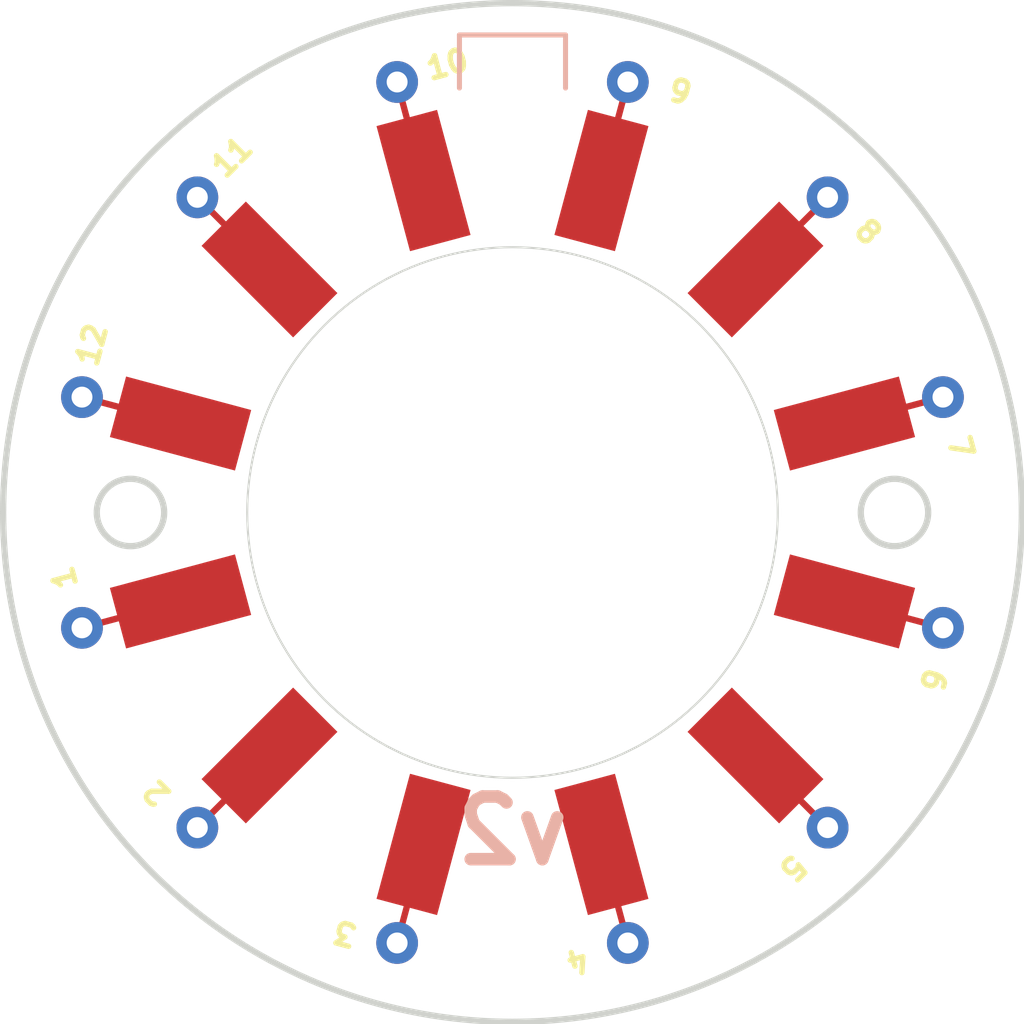
<source format=kicad_pcb>
(kicad_pcb (version 20171130) (host pcbnew 5.1.9)

  (general
    (thickness 1.6)
    (drawings 11)
    (tracks 12)
    (zones 0)
    (modules 24)
    (nets 2)
  )

  (page A4)
  (layers
    (0 F.Cu signal)
    (31 B.Cu signal)
    (32 B.Adhes user)
    (33 F.Adhes user)
    (34 B.Paste user)
    (35 F.Paste user)
    (36 B.SilkS user)
    (37 F.SilkS user)
    (38 B.Mask user)
    (39 F.Mask user)
    (40 Dwgs.User user)
    (41 Cmts.User user)
    (42 Eco1.User user)
    (43 Eco2.User user)
    (44 Edge.Cuts user)
    (45 Margin user)
    (46 B.CrtYd user)
    (47 F.CrtYd user)
    (48 B.Fab user)
    (49 F.Fab user)
  )

  (setup
    (last_trace_width 0.1524)
    (trace_clearance 0.1524)
    (zone_clearance 0.508)
    (zone_45_only no)
    (trace_min 0.1524)
    (via_size 0.508)
    (via_drill 0.254)
    (via_min_size 0.508)
    (via_min_drill 0.254)
    (blind_buried_vias_allowed yes)
    (uvia_size 0.508)
    (uvia_drill 0.254)
    (uvias_allowed yes)
    (uvia_min_size 0.508)
    (uvia_min_drill 0.254)
    (edge_width 0.05)
    (segment_width 0.2)
    (pcb_text_width 0.3)
    (pcb_text_size 1.5 1.5)
    (mod_edge_width 0.12)
    (mod_text_size 1 1)
    (mod_text_width 0.15)
    (pad_size 1.524 1.524)
    (pad_drill 0.762)
    (pad_to_mask_clearance 0.0508)
    (solder_mask_min_width 0.0254)
    (aux_axis_origin 0 0)
    (visible_elements FFFFFF7F)
    (pcbplotparams
      (layerselection 0x010fc_ffffffff)
      (usegerberextensions false)
      (usegerberattributes false)
      (usegerberadvancedattributes false)
      (creategerberjobfile false)
      (excludeedgelayer true)
      (linewidth 0.100000)
      (plotframeref false)
      (viasonmask false)
      (mode 1)
      (useauxorigin false)
      (hpglpennumber 1)
      (hpglpenspeed 20)
      (hpglpendiameter 15.000000)
      (psnegative false)
      (psa4output false)
      (plotreference true)
      (plotvalue true)
      (plotinvisibletext false)
      (padsonsilk false)
      (subtractmaskfromsilk false)
      (outputformat 1)
      (mirror false)
      (drillshape 1)
      (scaleselection 1)
      (outputdirectory ""))
  )

  (net 0 "")
  (net 1 "Net-(H1-Pad1)")

  (net_class Default "This is the default net class."
    (clearance 0.1524)
    (trace_width 0.1524)
    (via_dia 0.508)
    (via_drill 0.254)
    (uvia_dia 0.508)
    (uvia_drill 0.254)
    (add_net "Net-(H1-Pad1)")
  )

  (module ppms-puck-pcb:PPMS_Puck_PTH (layer F.Cu) (tedit 6040193B) (tstamp 60401C1E)
    (at -10.304497 -2.761081 270)
    (path /5CF19D6E)
    (fp_text reference H1 (at 0 1.5 270) (layer F.SilkS) hide
      (effects (font (size 1 1) (thickness 0.15)))
    )
    (fp_text value MountingHole_Pad (at 0 3 270) (layer F.Fab) hide
      (effects (font (size 1 1) (thickness 0.15)))
    )
    (pad 1 thru_hole circle (at 0 0) (size 1 1) (drill 0.5) (layers *.Cu F.Mask)
      (net 1 "Net-(H1-Pad1)"))
  )

  (module ppms-puck-pcb:PPMS_Puck_PTH (layer F.Cu) (tedit 6040193B) (tstamp 60401C16)
    (at -7.543416 -7.543415 240)
    (path /5CF19D6E)
    (fp_text reference H1 (at 0 1.5 240) (layer F.SilkS) hide
      (effects (font (size 1 1) (thickness 0.15)))
    )
    (fp_text value MountingHole_Pad (at 0 3 240) (layer F.Fab) hide
      (effects (font (size 1 1) (thickness 0.15)))
    )
    (pad 1 thru_hole circle (at 0 0 330) (size 1 1) (drill 0.5) (layers *.Cu F.Mask)
      (net 1 "Net-(H1-Pad1)"))
  )

  (module ppms-puck-pcb:PPMS_Puck_PTH (layer F.Cu) (tedit 6040193B) (tstamp 60401C0E)
    (at -2.761082 -10.304497 210)
    (path /5CF19D6E)
    (fp_text reference H1 (at 0 1.5 210) (layer F.SilkS) hide
      (effects (font (size 1 1) (thickness 0.15)))
    )
    (fp_text value MountingHole_Pad (at 0 3 210) (layer F.Fab) hide
      (effects (font (size 1 1) (thickness 0.15)))
    )
    (pad 1 thru_hole circle (at 0 0 300) (size 1 1) (drill 0.5) (layers *.Cu F.Mask)
      (net 1 "Net-(H1-Pad1)"))
  )

  (module ppms-puck-pcb:PPMS_Puck_PTH (layer F.Cu) (tedit 6040193B) (tstamp 60401C06)
    (at 2.761081 -10.304497 180)
    (path /5CF19D6E)
    (fp_text reference H1 (at 0 1.5 180) (layer F.SilkS) hide
      (effects (font (size 1 1) (thickness 0.15)))
    )
    (fp_text value MountingHole_Pad (at 0 3 180) (layer F.Fab) hide
      (effects (font (size 1 1) (thickness 0.15)))
    )
    (pad 1 thru_hole circle (at 0 0 270) (size 1 1) (drill 0.5) (layers *.Cu F.Mask)
      (net 1 "Net-(H1-Pad1)"))
  )

  (module ppms-puck-pcb:PPMS_Puck_PTH (layer F.Cu) (tedit 6040193B) (tstamp 60401BFE)
    (at 7.543415 -7.543416 150)
    (path /5CF19D6E)
    (fp_text reference H1 (at 0 1.5 330) (layer F.SilkS) hide
      (effects (font (size 1 1) (thickness 0.15)))
    )
    (fp_text value MountingHole_Pad (at 0 3 330) (layer F.Fab) hide
      (effects (font (size 1 1) (thickness 0.15)))
    )
    (pad 1 thru_hole circle (at 0 0 240) (size 1 1) (drill 0.5) (layers *.Cu F.Mask)
      (net 1 "Net-(H1-Pad1)"))
  )

  (module ppms-puck-pcb:PPMS_Puck_PTH (layer F.Cu) (tedit 6040193B) (tstamp 60401BF6)
    (at 10.304497 -2.761082 120)
    (path /5CF19D6E)
    (fp_text reference H1 (at 0 1.5 300) (layer F.SilkS) hide
      (effects (font (size 1 1) (thickness 0.15)))
    )
    (fp_text value MountingHole_Pad (at 0 3 300) (layer F.Fab) hide
      (effects (font (size 1 1) (thickness 0.15)))
    )
    (pad 1 thru_hole circle (at 0 0 210) (size 1 1) (drill 0.5) (layers *.Cu F.Mask)
      (net 1 "Net-(H1-Pad1)"))
  )

  (module ppms-puck-pcb:PPMS_Puck_PTH (layer F.Cu) (tedit 6040193B) (tstamp 60401BEE)
    (at 10.304497 2.761081 90)
    (path /5CF19D6E)
    (fp_text reference H1 (at 0 1.5 270) (layer F.SilkS) hide
      (effects (font (size 1 1) (thickness 0.15)))
    )
    (fp_text value MountingHole_Pad (at 0 3 270) (layer F.Fab) hide
      (effects (font (size 1 1) (thickness 0.15)))
    )
    (pad 1 thru_hole circle (at 0 0 180) (size 1 1) (drill 0.5) (layers *.Cu F.Mask)
      (net 1 "Net-(H1-Pad1)"))
  )

  (module ppms-puck-pcb:PPMS_Puck_PTH (layer F.Cu) (tedit 6040193B) (tstamp 60401BE6)
    (at 7.543416 7.543415 60)
    (path /5CF19D6E)
    (fp_text reference H1 (at 0 1.5 240) (layer F.SilkS) hide
      (effects (font (size 1 1) (thickness 0.15)))
    )
    (fp_text value MountingHole_Pad (at 0 3 240) (layer F.Fab) hide
      (effects (font (size 1 1) (thickness 0.15)))
    )
    (pad 1 thru_hole circle (at 0 0 150) (size 1 1) (drill 0.5) (layers *.Cu F.Mask)
      (net 1 "Net-(H1-Pad1)"))
  )

  (module ppms-puck-pcb:PPMS_Puck_PTH (layer F.Cu) (tedit 6040193B) (tstamp 60401BDE)
    (at 2.761082 10.304497 30)
    (path /5CF19D6E)
    (fp_text reference H1 (at 0 1.5 210) (layer F.SilkS) hide
      (effects (font (size 1 1) (thickness 0.15)))
    )
    (fp_text value MountingHole_Pad (at 0 3 210) (layer F.Fab) hide
      (effects (font (size 1 1) (thickness 0.15)))
    )
    (pad 1 thru_hole circle (at 0 0 120) (size 1 1) (drill 0.5) (layers *.Cu F.Mask)
      (net 1 "Net-(H1-Pad1)"))
  )

  (module ppms-puck-pcb:PPMS_Puck_PTH (layer F.Cu) (tedit 6040193B) (tstamp 60401BD6)
    (at -2.761081 10.304497)
    (path /5CF19D6E)
    (fp_text reference H1 (at 0 1.5 180) (layer F.SilkS) hide
      (effects (font (size 1 1) (thickness 0.15)))
    )
    (fp_text value MountingHole_Pad (at 0 3 180) (layer F.Fab) hide
      (effects (font (size 1 1) (thickness 0.15)))
    )
    (pad 1 thru_hole circle (at 0 0 90) (size 1 1) (drill 0.5) (layers *.Cu F.Mask)
      (net 1 "Net-(H1-Pad1)"))
  )

  (module ppms-puck-pcb:PPMS_Puck_PTH (layer F.Cu) (tedit 6040193B) (tstamp 60401BCE)
    (at -7.543415 7.543416 330)
    (path /5CF19D6E)
    (fp_text reference H1 (at 0 1.5 330) (layer F.SilkS) hide
      (effects (font (size 1 1) (thickness 0.15)))
    )
    (fp_text value MountingHole_Pad (at 0 3 330) (layer F.Fab) hide
      (effects (font (size 1 1) (thickness 0.15)))
    )
    (pad 1 thru_hole circle (at 0 0 60) (size 1 1) (drill 0.5) (layers *.Cu F.Mask)
      (net 1 "Net-(H1-Pad1)"))
  )

  (module ppms-puck-pcb:PPMS_Puck_Pad (layer F.Cu) (tedit 60401987) (tstamp 60401BC2)
    (at -7.945706 -2.129046 75)
    (path /5CF21F50)
    (fp_text reference 12 (at 1.27 -2.54 75 unlocked) (layer F.SilkS)
      (effects (font (size 0.508 0.508) (thickness 0.127)))
    )
    (fp_text value MountingHole_Pad (at 0 5.08 75) (layer F.Fab) hide
      (effects (font (size 1 1) (thickness 0.15)))
    )
    (pad 1 smd trapezoid (at 0 0 75) (size 1.5 3.1) (layers F.Cu F.Paste F.Mask)
      (net 1 "Net-(H1-Pad1)"))
  )

  (module ppms-puck-pcb:PPMS_Puck_Pad (layer F.Cu) (tedit 60401987) (tstamp 60401BBA)
    (at -5.81666 -5.816661 45)
    (path /5CF21F50)
    (fp_text reference 11 (at 1.27 -2.54 45 unlocked) (layer F.SilkS)
      (effects (font (size 0.508 0.508) (thickness 0.127)))
    )
    (fp_text value MountingHole_Pad (at 0 5.08 45) (layer F.Fab) hide
      (effects (font (size 1 1) (thickness 0.15)))
    )
    (pad 1 smd trapezoid (at 0 0 45) (size 1.5 3.1) (layers F.Cu F.Paste F.Mask)
      (net 1 "Net-(H1-Pad1)"))
  )

  (module ppms-puck-pcb:PPMS_Puck_Pad (layer F.Cu) (tedit 60401987) (tstamp 60401BB2)
    (at -2.129045 -7.945706 15)
    (path /5CF21F50)
    (fp_text reference 10 (at 1.27 -2.54 15 unlocked) (layer F.SilkS)
      (effects (font (size 0.508 0.508) (thickness 0.127)))
    )
    (fp_text value MountingHole_Pad (at 0 5.08 15) (layer F.Fab) hide
      (effects (font (size 1 1) (thickness 0.15)))
    )
    (pad 1 smd trapezoid (at 0 0 15) (size 1.5 3.1) (layers F.Cu F.Paste F.Mask)
      (net 1 "Net-(H1-Pad1)"))
  )

  (module ppms-puck-pcb:PPMS_Puck_Pad (layer F.Cu) (tedit 60401987) (tstamp 60401BAA)
    (at 2.129046 -7.945706 345)
    (path /5CF21F50)
    (fp_text reference 9 (at 1.27 -2.54 345 unlocked) (layer F.SilkS)
      (effects (font (size 0.508 0.508) (thickness 0.127)))
    )
    (fp_text value MountingHole_Pad (at 0 5.08 165) (layer F.Fab) hide
      (effects (font (size 1 1) (thickness 0.15)))
    )
    (pad 1 smd trapezoid (at 0 0 345) (size 1.5 3.1) (layers F.Cu F.Paste F.Mask)
      (net 1 "Net-(H1-Pad1)"))
  )

  (module ppms-puck-pcb:PPMS_Puck_Pad (layer F.Cu) (tedit 60401987) (tstamp 60401BA2)
    (at 5.816661 -5.81666 315)
    (path /5CF21F50)
    (fp_text reference 8 (at 1.27 -2.54 315 unlocked) (layer F.SilkS)
      (effects (font (size 0.508 0.508) (thickness 0.127)))
    )
    (fp_text value MountingHole_Pad (at 0 5.08 135) (layer F.Fab) hide
      (effects (font (size 1 1) (thickness 0.15)))
    )
    (pad 1 smd trapezoid (at 0 0 315) (size 1.5 3.1) (layers F.Cu F.Paste F.Mask)
      (net 1 "Net-(H1-Pad1)"))
  )

  (module ppms-puck-pcb:PPMS_Puck_Pad (layer F.Cu) (tedit 60401987) (tstamp 60401B9A)
    (at 7.945706 -2.129045 285)
    (path /5CF21F50)
    (fp_text reference 7 (at 1.27 -2.54 285 unlocked) (layer F.SilkS)
      (effects (font (size 0.508 0.508) (thickness 0.127)))
    )
    (fp_text value MountingHole_Pad (at 0 5.08 105) (layer F.Fab) hide
      (effects (font (size 1 1) (thickness 0.15)))
    )
    (pad 1 smd trapezoid (at 0 0 285) (size 1.5 3.1) (layers F.Cu F.Paste F.Mask)
      (net 1 "Net-(H1-Pad1)"))
  )

  (module ppms-puck-pcb:PPMS_Puck_Pad (layer F.Cu) (tedit 60401987) (tstamp 60401B92)
    (at 7.945706 2.129046 255)
    (path /5CF21F50)
    (fp_text reference 6 (at 1.27 -2.54 255 unlocked) (layer F.SilkS)
      (effects (font (size 0.508 0.508) (thickness 0.127)))
    )
    (fp_text value MountingHole_Pad (at 0 5.08 75) (layer F.Fab) hide
      (effects (font (size 1 1) (thickness 0.15)))
    )
    (pad 1 smd trapezoid (at 0 0 255) (size 1.5 3.1) (layers F.Cu F.Paste F.Mask)
      (net 1 "Net-(H1-Pad1)"))
  )

  (module ppms-puck-pcb:PPMS_Puck_Pad (layer F.Cu) (tedit 60401987) (tstamp 60401B8A)
    (at 5.81666 5.816661 225)
    (path /5CF21F50)
    (fp_text reference 5 (at 1.27 -2.54 225 unlocked) (layer F.SilkS)
      (effects (font (size 0.508 0.508) (thickness 0.127)))
    )
    (fp_text value MountingHole_Pad (at 0 5.08 45) (layer F.Fab) hide
      (effects (font (size 1 1) (thickness 0.15)))
    )
    (pad 1 smd trapezoid (at 0 0 225) (size 1.5 3.1) (layers F.Cu F.Paste F.Mask)
      (net 1 "Net-(H1-Pad1)"))
  )

  (module ppms-puck-pcb:PPMS_Puck_Pad (layer F.Cu) (tedit 60401987) (tstamp 60401B82)
    (at 2.129045 7.945706 195)
    (path /5CF21F50)
    (fp_text reference 4 (at 1.27 -2.54 195 unlocked) (layer F.SilkS)
      (effects (font (size 0.508 0.508) (thickness 0.127)))
    )
    (fp_text value MountingHole_Pad (at 0 5.08 15) (layer F.Fab) hide
      (effects (font (size 1 1) (thickness 0.15)))
    )
    (pad 1 smd trapezoid (at 0 0 195) (size 1.5 3.1) (layers F.Cu F.Paste F.Mask)
      (net 1 "Net-(H1-Pad1)"))
  )

  (module ppms-puck-pcb:PPMS_Puck_Pad (layer F.Cu) (tedit 60401987) (tstamp 60401B7A)
    (at -2.129046 7.945706 165)
    (path /5CF21F50)
    (fp_text reference 3 (at 1.27 -2.54 165 unlocked) (layer F.SilkS)
      (effects (font (size 0.508 0.508) (thickness 0.127)))
    )
    (fp_text value MountingHole_Pad (at 0 5.08 165) (layer F.Fab) hide
      (effects (font (size 1 1) (thickness 0.15)))
    )
    (pad 1 smd trapezoid (at 0 0 165) (size 1.5 3.1) (layers F.Cu F.Paste F.Mask)
      (net 1 "Net-(H1-Pad1)"))
  )

  (module ppms-puck-pcb:PPMS_Puck_Pad (layer F.Cu) (tedit 60401987) (tstamp 60401B72)
    (at -5.816661 5.81666 135)
    (path /5CF21F50)
    (fp_text reference 2 (at 1.27 -2.54 135 unlocked) (layer F.SilkS)
      (effects (font (size 0.508 0.508) (thickness 0.127)))
    )
    (fp_text value MountingHole_Pad (at 0 5.08 135) (layer F.Fab) hide
      (effects (font (size 1 1) (thickness 0.15)))
    )
    (pad 1 smd trapezoid (at 0 0 135) (size 1.5 3.1) (layers F.Cu F.Paste F.Mask)
      (net 1 "Net-(H1-Pad1)"))
  )

  (module ppms-puck-pcb:PPMS_Puck_Pad (layer F.Cu) (tedit 60401987) (tstamp 60405C3D)
    (at -7.945706 2.129045 105)
    (path /5CF21F50)
    (fp_text reference 1 (at 1.27 -2.54 105 unlocked) (layer F.SilkS)
      (effects (font (size 0.508 0.508) (thickness 0.127)))
    )
    (fp_text value MountingHole_Pad (at 0 5.08 105) (layer F.Fab) hide
      (effects (font (size 1 1) (thickness 0.15)))
    )
    (pad 1 smd trapezoid (at 0 0 105) (size 1.5 3.1) (layers F.Cu F.Paste F.Mask)
      (net 1 "Net-(H1-Pad1)"))
  )

  (module ppms-puck-pcb:PPMS_Puck_PTH (layer F.Cu) (tedit 6040193B) (tstamp 60405C31)
    (at -10.304497 2.761082 300)
    (path /5CF19D6E)
    (fp_text reference H1 (at 0 1.5 300) (layer F.SilkS) hide
      (effects (font (size 1 1) (thickness 0.15)))
    )
    (fp_text value MountingHole_Pad (at 0 3 300) (layer F.Fab) hide
      (effects (font (size 1 1) (thickness 0.15)))
    )
    (pad 1 thru_hole circle (at 0 0 30) (size 1 1) (drill 0.5) (layers *.Cu F.Mask)
      (net 1 "Net-(H1-Pad1)"))
  )

  (gr_line (start 1.27 -11.43) (end 1.27 -10.16) (layer B.SilkS) (width 0.12))
  (gr_line (start -1.27 -11.43) (end 1.27 -11.43) (layer B.SilkS) (width 0.12))
  (gr_line (start -1.27 -10.16) (end -1.27 -11.43) (layer B.SilkS) (width 0.12))
  (gr_text v2 (at 0 7.62) (layer B.SilkS)
    (effects (font (size 1.5 1.5) (thickness 0.3)) (justify mirror))
  )
  (gr_circle (center 9.144 0) (end 7.747 0) (layer Dwgs.User) (width 0.15) (tstamp 5CFED4BC))
  (gr_circle (center -9.144 0) (end -10.541 0) (layer Dwgs.User) (width 0.15) (tstamp 5CFED4AC))
  (gr_circle (center 0 0) (end -6.35 0) (layer Edge.Cuts) (width 0.05))
  (gr_circle (center 9.144 0) (end 8.33755 0) (layer Edge.Cuts) (width 0.15) (tstamp 5CFAA772))
  (gr_circle (center -9.144 0) (end -9.95045 0) (layer Edge.Cuts) (width 0.15))
  (gr_circle (center 0 0) (end -9.271 0) (layer Dwgs.User) (width 0.15))
  (gr_circle (center 0 0) (end -12.192 0) (layer Edge.Cuts) (width 0.15))

  (segment (start -7.945706 2.129045) (end -10.304497 2.761081) (width 0.1524) (layer F.Cu) (net 1) (tstamp 60405C2B))
  (segment (start -5.816661 5.81666) (end -7.543416 7.543415) (width 0.1524) (layer F.Cu) (net 1) (tstamp 60401C27))
  (segment (start -2.129046 7.945706) (end -2.761082 10.304497) (width 0.1524) (layer F.Cu) (net 1) (tstamp 60401C29))
  (segment (start 2.129045 7.945706) (end 2.761081 10.304497) (width 0.1524) (layer F.Cu) (net 1) (tstamp 60401C2B))
  (segment (start 5.81666 5.816661) (end 7.543415 7.543416) (width 0.1524) (layer F.Cu) (net 1) (tstamp 60401C2D))
  (segment (start 7.945706 2.129046) (end 10.304497 2.761082) (width 0.1524) (layer F.Cu) (net 1) (tstamp 60401C2F))
  (segment (start 7.945706 -2.129045) (end 10.304497 -2.761081) (width 0.1524) (layer F.Cu) (net 1) (tstamp 60401C31))
  (segment (start 5.816661 -5.81666) (end 7.543416 -7.543415) (width 0.1524) (layer F.Cu) (net 1) (tstamp 60401C33))
  (segment (start 2.129046 -7.945706) (end 2.761082 -10.304497) (width 0.1524) (layer F.Cu) (net 1) (tstamp 60401C35))
  (segment (start -2.129045 -7.945706) (end -2.761081 -10.304497) (width 0.1524) (layer F.Cu) (net 1) (tstamp 60401C37))
  (segment (start -5.81666 -5.816661) (end -7.543415 -7.543416) (width 0.1524) (layer F.Cu) (net 1) (tstamp 60401C39))
  (segment (start -7.945706 -2.129046) (end -10.304497 -2.761082) (width 0.1524) (layer F.Cu) (net 1) (tstamp 60401C3B))

)

</source>
